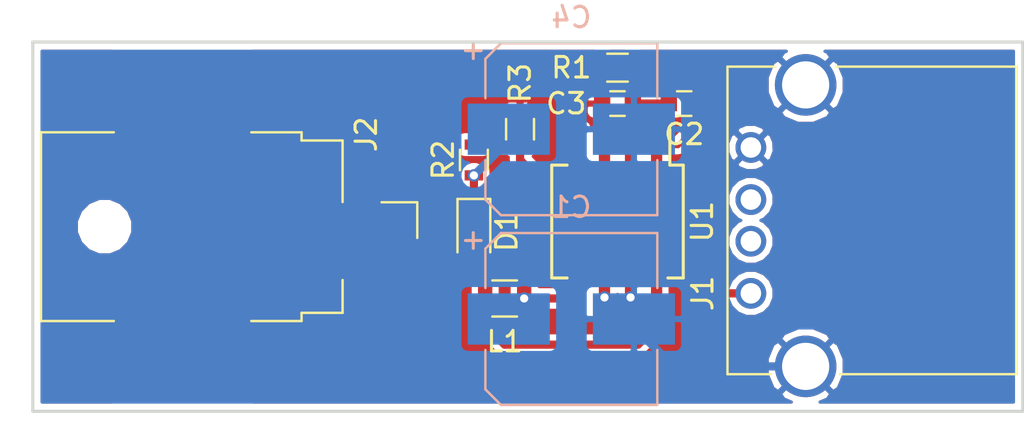
<source format=kicad_pcb>
(kicad_pcb (version 4) (host pcbnew 4.0.7)

  (general
    (links 24)
    (no_connects 0)
    (area 162.924999 90.174999 211.325001 108.325001)
    (thickness 1.6)
    (drawings 4)
    (tracks 46)
    (zones 0)
    (modules 12)
    (nets 8)
  )

  (page A4)
  (layers
    (0 F.Cu signal)
    (31 B.Cu signal)
    (32 B.Adhes user)
    (33 F.Adhes user)
    (34 B.Paste user)
    (35 F.Paste user)
    (36 B.SilkS user)
    (37 F.SilkS user)
    (38 B.Mask user)
    (39 F.Mask user)
    (40 Dwgs.User user)
    (41 Cmts.User user)
    (42 Eco1.User user)
    (43 Eco2.User user)
    (44 Edge.Cuts user)
    (45 Margin user)
    (46 B.CrtYd user)
    (47 F.CrtYd user)
    (48 B.Fab user)
    (49 F.Fab user)
  )

  (setup
    (last_trace_width 0.25)
    (user_trace_width 0.4)
    (trace_clearance 0.2)
    (zone_clearance 0.3)
    (zone_45_only no)
    (trace_min 0.2)
    (segment_width 0.2)
    (edge_width 0.15)
    (via_size 0.6)
    (via_drill 0.4)
    (via_min_size 0.4)
    (via_min_drill 0.3)
    (uvia_size 0.3)
    (uvia_drill 0.1)
    (uvias_allowed no)
    (uvia_min_size 0.2)
    (uvia_min_drill 0.1)
    (pcb_text_width 0.3)
    (pcb_text_size 1.5 1.5)
    (mod_edge_width 0.15)
    (mod_text_size 1 1)
    (mod_text_width 0.15)
    (pad_size 1.524 1.524)
    (pad_drill 0.762)
    (pad_to_mask_clearance 0.2)
    (aux_axis_origin 0 0)
    (visible_elements 7FFFFFFF)
    (pcbplotparams
      (layerselection 0x00030_80000001)
      (usegerberextensions false)
      (excludeedgelayer true)
      (linewidth 0.100000)
      (plotframeref false)
      (viasonmask false)
      (mode 1)
      (useauxorigin false)
      (hpglpennumber 1)
      (hpglpenspeed 20)
      (hpglpendiameter 15)
      (hpglpenoverlay 2)
      (psnegative false)
      (psa4output false)
      (plotreference true)
      (plotvalue true)
      (plotinvisibletext false)
      (padsonsilk false)
      (subtractmaskfromsilk false)
      (outputformat 1)
      (mirror false)
      (drillshape 1)
      (scaleselection 1)
      (outputdirectory ""))
  )

  (net 0 "")
  (net 1 "Net-(C1-Pad1)")
  (net 2 GND)
  (net 3 "Net-(C2-Pad2)")
  (net 4 "Net-(C2-Pad1)")
  (net 5 "Net-(C4-Pad1)")
  (net 6 "Net-(D1-Pad2)")
  (net 7 "Net-(R2-Pad2)")

  (net_class Default "This is the default net class."
    (clearance 0.2)
    (trace_width 0.25)
    (via_dia 0.6)
    (via_drill 0.4)
    (uvia_dia 0.3)
    (uvia_drill 0.1)
    (add_net GND)
    (add_net "Net-(C1-Pad1)")
    (add_net "Net-(C2-Pad1)")
    (add_net "Net-(C2-Pad2)")
    (add_net "Net-(C4-Pad1)")
    (add_net "Net-(D1-Pad2)")
    (add_net "Net-(R2-Pad2)")
  )

  (module Capacitors_SMD:CP_Elec_8x10 (layer B.Cu) (tedit 58AA9153) (tstamp 5A395E78)
    (at 189.25 103.75)
    (descr "SMT capacitor, aluminium electrolytic, 8x10")
    (path /5A395A70)
    (attr smd)
    (fp_text reference C1 (at 0 -5.45) (layer B.SilkS)
      (effects (font (size 1 1) (thickness 0.15)) (justify mirror))
    )
    (fp_text value 22uF (at 0 5.45) (layer B.Fab)
      (effects (font (size 1 1) (thickness 0.15)) (justify mirror))
    )
    (fp_circle (center 0 0) (end -0.6 -3.9) (layer B.Fab) (width 0.1))
    (fp_text user + (at -2.31 0.08) (layer B.Fab)
      (effects (font (size 1 1) (thickness 0.15)) (justify mirror))
    )
    (fp_text user + (at -4.78 -3.9) (layer B.SilkS)
      (effects (font (size 1 1) (thickness 0.15)) (justify mirror))
    )
    (fp_text user %R (at 0 -5.45) (layer B.Fab)
      (effects (font (size 1 1) (thickness 0.15)) (justify mirror))
    )
    (fp_line (start 4.04 -4.04) (end 4.04 4.04) (layer B.Fab) (width 0.1))
    (fp_line (start -3.37 -4.04) (end 4.04 -4.04) (layer B.Fab) (width 0.1))
    (fp_line (start -4.04 -3.37) (end -3.37 -4.04) (layer B.Fab) (width 0.1))
    (fp_line (start -4.04 3.37) (end -4.04 -3.37) (layer B.Fab) (width 0.1))
    (fp_line (start -3.37 4.04) (end -4.04 3.37) (layer B.Fab) (width 0.1))
    (fp_line (start 4.04 4.04) (end -3.37 4.04) (layer B.Fab) (width 0.1))
    (fp_line (start 4.19 -4.19) (end 4.19 -1.51) (layer B.SilkS) (width 0.12))
    (fp_line (start 4.19 4.19) (end 4.19 1.51) (layer B.SilkS) (width 0.12))
    (fp_line (start -4.19 3.43) (end -4.19 1.51) (layer B.SilkS) (width 0.12))
    (fp_line (start -4.19 -3.43) (end -4.19 -1.51) (layer B.SilkS) (width 0.12))
    (fp_line (start 4.19 -4.19) (end -3.43 -4.19) (layer B.SilkS) (width 0.12))
    (fp_line (start -3.43 -4.19) (end -4.19 -3.43) (layer B.SilkS) (width 0.12))
    (fp_line (start -4.19 3.43) (end -3.43 4.19) (layer B.SilkS) (width 0.12))
    (fp_line (start -3.43 4.19) (end 4.19 4.19) (layer B.SilkS) (width 0.12))
    (fp_line (start -5.3 4.29) (end 5.3 4.29) (layer B.CrtYd) (width 0.05))
    (fp_line (start -5.3 4.29) (end -5.3 -4.29) (layer B.CrtYd) (width 0.05))
    (fp_line (start 5.3 -4.29) (end 5.3 4.29) (layer B.CrtYd) (width 0.05))
    (fp_line (start 5.3 -4.29) (end -5.3 -4.29) (layer B.CrtYd) (width 0.05))
    (pad 1 smd rect (at -3.05 0 180) (size 4 2.5) (layers B.Cu B.Paste B.Mask)
      (net 1 "Net-(C1-Pad1)"))
    (pad 2 smd rect (at 3.05 0 180) (size 4 2.5) (layers B.Cu B.Paste B.Mask)
      (net 2 GND))
    (model Capacitors_SMD.3dshapes/CP_Elec_8x10.wrl
      (at (xyz 0 0 0))
      (scale (xyz 1 1 1))
      (rotate (xyz 0 0 180))
    )
  )

  (module Capacitors_SMD:C_0603 (layer F.Cu) (tedit 59958EE7) (tstamp 5A395E7E)
    (at 194.75 93.25 180)
    (descr "Capacitor SMD 0603, reflow soldering, AVX (see smccp.pdf)")
    (tags "capacitor 0603")
    (path /5A395CF4)
    (attr smd)
    (fp_text reference C2 (at 0 -1.5 180) (layer F.SilkS)
      (effects (font (size 1 1) (thickness 0.15)))
    )
    (fp_text value 0.047uF (at 0 1.5 180) (layer F.Fab)
      (effects (font (size 1 1) (thickness 0.15)))
    )
    (fp_line (start 1.4 0.65) (end -1.4 0.65) (layer F.CrtYd) (width 0.05))
    (fp_line (start 1.4 0.65) (end 1.4 -0.65) (layer F.CrtYd) (width 0.05))
    (fp_line (start -1.4 -0.65) (end -1.4 0.65) (layer F.CrtYd) (width 0.05))
    (fp_line (start -1.4 -0.65) (end 1.4 -0.65) (layer F.CrtYd) (width 0.05))
    (fp_line (start 0.35 0.6) (end -0.35 0.6) (layer F.SilkS) (width 0.12))
    (fp_line (start -0.35 -0.6) (end 0.35 -0.6) (layer F.SilkS) (width 0.12))
    (fp_line (start -0.8 -0.4) (end 0.8 -0.4) (layer F.Fab) (width 0.1))
    (fp_line (start 0.8 -0.4) (end 0.8 0.4) (layer F.Fab) (width 0.1))
    (fp_line (start 0.8 0.4) (end -0.8 0.4) (layer F.Fab) (width 0.1))
    (fp_line (start -0.8 0.4) (end -0.8 -0.4) (layer F.Fab) (width 0.1))
    (fp_text user %R (at 0 0 180) (layer F.Fab)
      (effects (font (size 0.3 0.3) (thickness 0.075)))
    )
    (pad 2 smd rect (at 0.75 0 180) (size 0.8 0.75) (layers F.Cu F.Paste F.Mask)
      (net 3 "Net-(C2-Pad2)"))
    (pad 1 smd rect (at -0.75 0 180) (size 0.8 0.75) (layers F.Cu F.Paste F.Mask)
      (net 4 "Net-(C2-Pad1)"))
    (model Capacitors_SMD.3dshapes/C_0603.wrl
      (at (xyz 0 0 0))
      (scale (xyz 1 1 1))
      (rotate (xyz 0 0 0))
    )
  )

  (module Capacitors_SMD:C_0603 (layer F.Cu) (tedit 5A39603C) (tstamp 5A395E84)
    (at 191.5 93.25 180)
    (descr "Capacitor SMD 0603, reflow soldering, AVX (see smccp.pdf)")
    (tags "capacitor 0603")
    (path /5A395D4D)
    (attr smd)
    (fp_text reference C3 (at 2.5 0 180) (layer F.SilkS)
      (effects (font (size 1 1) (thickness 0.15)))
    )
    (fp_text value 0.0047uF (at 0 1.5 180) (layer F.Fab)
      (effects (font (size 1 1) (thickness 0.15)))
    )
    (fp_line (start 1.4 0.65) (end -1.4 0.65) (layer F.CrtYd) (width 0.05))
    (fp_line (start 1.4 0.65) (end 1.4 -0.65) (layer F.CrtYd) (width 0.05))
    (fp_line (start -1.4 -0.65) (end -1.4 0.65) (layer F.CrtYd) (width 0.05))
    (fp_line (start -1.4 -0.65) (end 1.4 -0.65) (layer F.CrtYd) (width 0.05))
    (fp_line (start 0.35 0.6) (end -0.35 0.6) (layer F.SilkS) (width 0.12))
    (fp_line (start -0.35 -0.6) (end 0.35 -0.6) (layer F.SilkS) (width 0.12))
    (fp_line (start -0.8 -0.4) (end 0.8 -0.4) (layer F.Fab) (width 0.1))
    (fp_line (start 0.8 -0.4) (end 0.8 0.4) (layer F.Fab) (width 0.1))
    (fp_line (start 0.8 0.4) (end -0.8 0.4) (layer F.Fab) (width 0.1))
    (fp_line (start -0.8 0.4) (end -0.8 -0.4) (layer F.Fab) (width 0.1))
    (fp_text user %R (at 0 0 180) (layer F.Fab)
      (effects (font (size 0.3 0.3) (thickness 0.075)))
    )
    (pad 2 smd rect (at 0.75 0 180) (size 0.8 0.75) (layers F.Cu F.Paste F.Mask)
      (net 2 GND))
    (pad 1 smd rect (at -0.75 0 180) (size 0.8 0.75) (layers F.Cu F.Paste F.Mask)
      (net 3 "Net-(C2-Pad2)"))
    (model Capacitors_SMD.3dshapes/C_0603.wrl
      (at (xyz 0 0 0))
      (scale (xyz 1 1 1))
      (rotate (xyz 0 0 0))
    )
  )

  (module Capacitors_SMD:CP_Elec_8x10 (layer B.Cu) (tedit 58AA9153) (tstamp 5A395E8A)
    (at 189.25 94.5)
    (descr "SMT capacitor, aluminium electrolytic, 8x10")
    (path /5A395AA4)
    (attr smd)
    (fp_text reference C4 (at 0 -5.45) (layer B.SilkS)
      (effects (font (size 1 1) (thickness 0.15)) (justify mirror))
    )
    (fp_text value 22uF (at 0 5.45) (layer B.Fab)
      (effects (font (size 1 1) (thickness 0.15)) (justify mirror))
    )
    (fp_circle (center 0 0) (end -0.6 -3.9) (layer B.Fab) (width 0.1))
    (fp_text user + (at -2.31 0.08) (layer B.Fab)
      (effects (font (size 1 1) (thickness 0.15)) (justify mirror))
    )
    (fp_text user + (at -4.78 -3.9) (layer B.SilkS)
      (effects (font (size 1 1) (thickness 0.15)) (justify mirror))
    )
    (fp_text user %R (at 0 -5.45) (layer B.Fab)
      (effects (font (size 1 1) (thickness 0.15)) (justify mirror))
    )
    (fp_line (start 4.04 -4.04) (end 4.04 4.04) (layer B.Fab) (width 0.1))
    (fp_line (start -3.37 -4.04) (end 4.04 -4.04) (layer B.Fab) (width 0.1))
    (fp_line (start -4.04 -3.37) (end -3.37 -4.04) (layer B.Fab) (width 0.1))
    (fp_line (start -4.04 3.37) (end -4.04 -3.37) (layer B.Fab) (width 0.1))
    (fp_line (start -3.37 4.04) (end -4.04 3.37) (layer B.Fab) (width 0.1))
    (fp_line (start 4.04 4.04) (end -3.37 4.04) (layer B.Fab) (width 0.1))
    (fp_line (start 4.19 -4.19) (end 4.19 -1.51) (layer B.SilkS) (width 0.12))
    (fp_line (start 4.19 4.19) (end 4.19 1.51) (layer B.SilkS) (width 0.12))
    (fp_line (start -4.19 3.43) (end -4.19 1.51) (layer B.SilkS) (width 0.12))
    (fp_line (start -4.19 -3.43) (end -4.19 -1.51) (layer B.SilkS) (width 0.12))
    (fp_line (start 4.19 -4.19) (end -3.43 -4.19) (layer B.SilkS) (width 0.12))
    (fp_line (start -3.43 -4.19) (end -4.19 -3.43) (layer B.SilkS) (width 0.12))
    (fp_line (start -4.19 3.43) (end -3.43 4.19) (layer B.SilkS) (width 0.12))
    (fp_line (start -3.43 4.19) (end 4.19 4.19) (layer B.SilkS) (width 0.12))
    (fp_line (start -5.3 4.29) (end 5.3 4.29) (layer B.CrtYd) (width 0.05))
    (fp_line (start -5.3 4.29) (end -5.3 -4.29) (layer B.CrtYd) (width 0.05))
    (fp_line (start 5.3 -4.29) (end 5.3 4.29) (layer B.CrtYd) (width 0.05))
    (fp_line (start 5.3 -4.29) (end -5.3 -4.29) (layer B.CrtYd) (width 0.05))
    (pad 1 smd rect (at -3.05 0 180) (size 4 2.5) (layers B.Cu B.Paste B.Mask)
      (net 5 "Net-(C4-Pad1)"))
    (pad 2 smd rect (at 3.05 0 180) (size 4 2.5) (layers B.Cu B.Paste B.Mask)
      (net 2 GND))
    (model Capacitors_SMD.3dshapes/CP_Elec_8x10.wrl
      (at (xyz 0 0 0))
      (scale (xyz 1 1 1))
      (rotate (xyz 0 0 180))
    )
  )

  (module Diodes_SMD:D_0805 (layer F.Cu) (tedit 590CE9A4) (tstamp 5A395E90)
    (at 184.5 99.5 270)
    (descr "Diode SMD in 0805 package http://datasheets.avx.com/schottky.pdf")
    (tags "smd diode")
    (path /5A395B3F)
    (attr smd)
    (fp_text reference D1 (at 0 -1.6 270) (layer F.SilkS)
      (effects (font (size 1 1) (thickness 0.15)))
    )
    (fp_text value MBRS120T3 (at 0 1.7 270) (layer F.Fab)
      (effects (font (size 1 1) (thickness 0.15)))
    )
    (fp_text user %R (at 0 -1.6 270) (layer F.Fab)
      (effects (font (size 1 1) (thickness 0.15)))
    )
    (fp_line (start -1.6 -0.8) (end -1.6 0.8) (layer F.SilkS) (width 0.12))
    (fp_line (start -1.7 0.88) (end -1.7 -0.88) (layer F.CrtYd) (width 0.05))
    (fp_line (start 1.7 0.88) (end -1.7 0.88) (layer F.CrtYd) (width 0.05))
    (fp_line (start 1.7 -0.88) (end 1.7 0.88) (layer F.CrtYd) (width 0.05))
    (fp_line (start -1.7 -0.88) (end 1.7 -0.88) (layer F.CrtYd) (width 0.05))
    (fp_line (start 0.2 0) (end 0.4 0) (layer F.Fab) (width 0.1))
    (fp_line (start -0.1 0) (end -0.3 0) (layer F.Fab) (width 0.1))
    (fp_line (start -0.1 -0.2) (end -0.1 0.2) (layer F.Fab) (width 0.1))
    (fp_line (start 0.2 0.2) (end 0.2 -0.2) (layer F.Fab) (width 0.1))
    (fp_line (start -0.1 0) (end 0.2 0.2) (layer F.Fab) (width 0.1))
    (fp_line (start 0.2 -0.2) (end -0.1 0) (layer F.Fab) (width 0.1))
    (fp_line (start -1 0.65) (end -1 -0.65) (layer F.Fab) (width 0.1))
    (fp_line (start 1 0.65) (end -1 0.65) (layer F.Fab) (width 0.1))
    (fp_line (start 1 -0.65) (end 1 0.65) (layer F.Fab) (width 0.1))
    (fp_line (start -1 -0.65) (end 1 -0.65) (layer F.Fab) (width 0.1))
    (fp_line (start -1.6 0.8) (end 1 0.8) (layer F.SilkS) (width 0.12))
    (fp_line (start -1.6 -0.8) (end 1 -0.8) (layer F.SilkS) (width 0.12))
    (pad 1 smd rect (at -1.05 0 270) (size 0.8 0.9) (layers F.Cu F.Paste F.Mask)
      (net 5 "Net-(C4-Pad1)"))
    (pad 2 smd rect (at 1.05 0 270) (size 0.8 0.9) (layers F.Cu F.Paste F.Mask)
      (net 6 "Net-(D1-Pad2)"))
    (model ${KISYS3DMOD}/Diodes_SMD.3dshapes/D_0805.wrl
      (at (xyz 0 0 0))
      (scale (xyz 1 1 1))
      (rotate (xyz 0 0 0))
    )
  )

  (module Connectors:USB_A (layer F.Cu) (tedit 5543E289) (tstamp 5A395E9A)
    (at 198 102.5 90)
    (descr "USB A connector")
    (tags "USB USB_A")
    (path /5A395999)
    (fp_text reference J1 (at 0 -2.35 90) (layer F.SilkS)
      (effects (font (size 1 1) (thickness 0.15)))
    )
    (fp_text value USB_A (at 3.84 7.44 90) (layer F.Fab)
      (effects (font (size 1 1) (thickness 0.15)))
    )
    (fp_line (start -5.3 13.2) (end -5.3 -1.4) (layer F.CrtYd) (width 0.05))
    (fp_line (start 11.95 -1.4) (end 11.95 13.2) (layer F.CrtYd) (width 0.05))
    (fp_line (start -5.3 13.2) (end 11.95 13.2) (layer F.CrtYd) (width 0.05))
    (fp_line (start -5.3 -1.4) (end 11.95 -1.4) (layer F.CrtYd) (width 0.05))
    (fp_line (start 11.05 -1.14) (end 11.05 1.19) (layer F.SilkS) (width 0.12))
    (fp_line (start -3.94 -1.14) (end -3.94 0.98) (layer F.SilkS) (width 0.12))
    (fp_line (start 11.05 -1.14) (end -3.94 -1.14) (layer F.SilkS) (width 0.12))
    (fp_line (start 11.05 12.95) (end -3.94 12.95) (layer F.SilkS) (width 0.12))
    (fp_line (start 11.05 4.15) (end 11.05 12.95) (layer F.SilkS) (width 0.12))
    (fp_line (start -3.94 4.35) (end -3.94 12.95) (layer F.SilkS) (width 0.12))
    (pad 4 thru_hole circle (at 7.11 0) (size 1.5 1.5) (drill 1) (layers *.Cu *.Mask)
      (net 2 GND))
    (pad 3 thru_hole circle (at 4.57 0) (size 1.5 1.5) (drill 1) (layers *.Cu *.Mask))
    (pad 2 thru_hole circle (at 2.54 0) (size 1.5 1.5) (drill 1) (layers *.Cu *.Mask))
    (pad 1 thru_hole circle (at 0 0) (size 1.5 1.5) (drill 1) (layers *.Cu *.Mask)
      (net 1 "Net-(C1-Pad1)"))
    (pad 5 thru_hole circle (at 10.16 2.67) (size 3 3) (drill 2.3) (layers *.Cu *.Mask)
      (net 2 GND))
    (pad 5 thru_hole circle (at -3.56 2.67) (size 3 3) (drill 2.3) (layers *.Cu *.Mask)
      (net 2 GND))
    (model ${KISYS3DMOD}/Connectors.3dshapes/USB_A.wrl
      (at (xyz 0.14 0 0))
      (scale (xyz 1 1 1))
      (rotate (xyz 0 0 90))
    )
  )

  (module Connectors:Barrel_Jack_CUI_PJ-036AH-SMT (layer F.Cu) (tedit 59B0DEC6) (tstamp 5A395EA2)
    (at 173.5 99.25 270)
    (descr "Surface-mount DC Barrel Jack, http://www.cui.com/product/resource/pj-036ah-smt.pdf")
    (tags "Power Jack SMT")
    (path /5A396A62)
    (attr smd)
    (fp_text reference J2 (at -4.5 -5.75 270) (layer F.SilkS)
      (effects (font (size 1 1) (thickness 0.15)))
    )
    (fp_text value Barrel_Jack (at 0 11.25 270) (layer F.Fab)
      (effects (font (size 1 1) (thickness 0.15)))
    )
    (fp_line (start -8.9 -8.5) (end -8.9 10.5) (layer F.CrtYd) (width 0.05))
    (fp_line (start -8.9 10.5) (end 8.9 10.5) (layer F.CrtYd) (width 0.05))
    (fp_line (start 8.9 10.5) (end 8.9 -8.5) (layer F.CrtYd) (width 0.05))
    (fp_line (start 8.9 -8.5) (end -8.9 -8.5) (layer F.CrtYd) (width 0.05))
    (fp_line (start 4.6 6.55) (end 4.6 10.1) (layer F.SilkS) (width 0.12))
    (fp_line (start 4.6 10.1) (end -4.6 10.1) (layer F.SilkS) (width 0.12))
    (fp_line (start -4.6 10.1) (end -4.6 6.55) (layer F.SilkS) (width 0.12))
    (fp_line (start -4.6 -0.15) (end -4.6 -2.6) (layer F.SilkS) (width 0.12))
    (fp_line (start -4.6 -2.6) (end -4.2 -2.6) (layer F.SilkS) (width 0.12))
    (fp_line (start -4.2 -2.6) (end -4.2 -4.6) (layer F.SilkS) (width 0.12))
    (fp_line (start -4.2 -4.6) (end -1.2 -4.6) (layer F.SilkS) (width 0.12))
    (fp_line (start 2.6 -4.6) (end 4.2 -4.6) (layer F.SilkS) (width 0.12))
    (fp_line (start 4.2 -4.6) (end 4.2 -2.6) (layer F.SilkS) (width 0.12))
    (fp_line (start 4.2 -2.6) (end 4.6 -2.6) (layer F.SilkS) (width 0.12))
    (fp_line (start 4.6 -2.6) (end 4.6 -0.15) (layer F.SilkS) (width 0.12))
    (fp_line (start -1.19 -6.5) (end -1.19 -8.24) (layer F.SilkS) (width 0.12))
    (fp_line (start -1.19 -8.24) (end 0.55 -8.24) (layer F.SilkS) (width 0.12))
    (fp_line (start 4.1 -4.5) (end -4.1 -4.5) (layer F.Fab) (width 0.1))
    (fp_line (start -4.1 -4.5) (end -4.1 -2.5) (layer F.Fab) (width 0.1))
    (fp_line (start -4.1 -2.5) (end -4.5 -2.5) (layer F.Fab) (width 0.1))
    (fp_line (start -4.5 -2.5) (end -4.5 10) (layer F.Fab) (width 0.1))
    (fp_line (start -4.5 10) (end 4.5 10) (layer F.Fab) (width 0.1))
    (fp_line (start 4.5 10) (end 4.5 -2.5) (layer F.Fab) (width 0.1))
    (fp_line (start 4.5 -2.5) (end 4.1 -2.5) (layer F.Fab) (width 0.1))
    (fp_line (start 4.1 -2.5) (end 4.1 -4.5) (layer F.Fab) (width 0.1))
    (fp_text user %R (at 0 0 270) (layer F.Fab)
      (effects (font (size 1 1) (thickness 0.15)))
    )
    (pad 1 smd rect (at 0.7 -5.8 270) (size 3.3 4.4) (layers F.Cu F.Paste F.Mask)
      (net 5 "Net-(C4-Pad1)"))
    (pad 2 smd rect (at -6.45 3.2 270) (size 3.9 6.2) (layers F.Cu F.Paste F.Mask)
      (net 2 GND))
    (pad 3 smd rect (at 6.45 3.2 270) (size 3.9 6.2) (layers F.Cu F.Paste F.Mask)
      (net 2 GND))
    (pad "" np_thru_hole circle (at 0 7 270) (size 2 2) (drill 2) (layers *.Cu *.Mask))
    (model ${KISYS3DMOD}/Connectors.3dshapes/Barrel_Jack_CUI_PJ-036AH-SMT.wrl
      (at (xyz 0 0 0))
      (scale (xyz 1 1 1))
      (rotate (xyz 0 0 0))
    )
  )

  (module Inductors_SMD:L_0805 (layer F.Cu) (tedit 58307B54) (tstamp 5A395EA8)
    (at 186 102.75 180)
    (descr "Resistor SMD 0805, reflow soldering, Vishay (see dcrcw.pdf)")
    (tags "resistor 0805")
    (path /5A395AF2)
    (attr smd)
    (fp_text reference L1 (at 0 -2.1 180) (layer F.SilkS)
      (effects (font (size 1 1) (thickness 0.15)))
    )
    (fp_text value 4.7uH (at 0 2.1 180) (layer F.Fab)
      (effects (font (size 1 1) (thickness 0.15)))
    )
    (fp_text user %R (at 0 0 180) (layer F.Fab)
      (effects (font (size 0.5 0.5) (thickness 0.075)))
    )
    (fp_line (start -1 0.62) (end -1 -0.62) (layer F.Fab) (width 0.1))
    (fp_line (start 1 0.62) (end -1 0.62) (layer F.Fab) (width 0.1))
    (fp_line (start 1 -0.62) (end 1 0.62) (layer F.Fab) (width 0.1))
    (fp_line (start -1 -0.62) (end 1 -0.62) (layer F.Fab) (width 0.1))
    (fp_line (start -1.6 -1) (end 1.6 -1) (layer F.CrtYd) (width 0.05))
    (fp_line (start -1.6 1) (end 1.6 1) (layer F.CrtYd) (width 0.05))
    (fp_line (start -1.6 -1) (end -1.6 1) (layer F.CrtYd) (width 0.05))
    (fp_line (start 1.6 -1) (end 1.6 1) (layer F.CrtYd) (width 0.05))
    (fp_line (start 0.6 0.88) (end -0.6 0.88) (layer F.SilkS) (width 0.12))
    (fp_line (start -0.6 -0.88) (end 0.6 -0.88) (layer F.SilkS) (width 0.12))
    (pad 1 smd rect (at -0.95 0 180) (size 0.7 1.3) (layers F.Cu F.Paste F.Mask)
      (net 1 "Net-(C1-Pad1)"))
    (pad 2 smd rect (at 0.95 0 180) (size 0.7 1.3) (layers F.Cu F.Paste F.Mask)
      (net 6 "Net-(D1-Pad2)"))
    (model ${KISYS3DMOD}/Inductors_SMD.3dshapes/L_0805.wrl
      (at (xyz 0 0 0))
      (scale (xyz 1 1 1))
      (rotate (xyz 0 0 0))
    )
  )

  (module Resistors_SMD:R_0603 (layer F.Cu) (tedit 5A39603A) (tstamp 5A395EAE)
    (at 191.5 91.5 180)
    (descr "Resistor SMD 0603, reflow soldering, Vishay (see dcrcw.pdf)")
    (tags "resistor 0603")
    (path /5A395B7A)
    (attr smd)
    (fp_text reference R1 (at 2.25 0 180) (layer F.SilkS)
      (effects (font (size 1 1) (thickness 0.15)))
    )
    (fp_text value 2k (at 0 1.5 180) (layer F.Fab)
      (effects (font (size 1 1) (thickness 0.15)))
    )
    (fp_text user %R (at 0 0 180) (layer F.Fab)
      (effects (font (size 0.4 0.4) (thickness 0.075)))
    )
    (fp_line (start -0.8 0.4) (end -0.8 -0.4) (layer F.Fab) (width 0.1))
    (fp_line (start 0.8 0.4) (end -0.8 0.4) (layer F.Fab) (width 0.1))
    (fp_line (start 0.8 -0.4) (end 0.8 0.4) (layer F.Fab) (width 0.1))
    (fp_line (start -0.8 -0.4) (end 0.8 -0.4) (layer F.Fab) (width 0.1))
    (fp_line (start 0.5 0.68) (end -0.5 0.68) (layer F.SilkS) (width 0.12))
    (fp_line (start -0.5 -0.68) (end 0.5 -0.68) (layer F.SilkS) (width 0.12))
    (fp_line (start -1.25 -0.7) (end 1.25 -0.7) (layer F.CrtYd) (width 0.05))
    (fp_line (start -1.25 -0.7) (end -1.25 0.7) (layer F.CrtYd) (width 0.05))
    (fp_line (start 1.25 0.7) (end 1.25 -0.7) (layer F.CrtYd) (width 0.05))
    (fp_line (start 1.25 0.7) (end -1.25 0.7) (layer F.CrtYd) (width 0.05))
    (pad 1 smd rect (at -0.75 0 180) (size 0.5 0.9) (layers F.Cu F.Paste F.Mask)
      (net 3 "Net-(C2-Pad2)"))
    (pad 2 smd rect (at 0.75 0 180) (size 0.5 0.9) (layers F.Cu F.Paste F.Mask)
      (net 2 GND))
    (model ${KISYS3DMOD}/Resistors_SMD.3dshapes/R_0603.wrl
      (at (xyz 0 0 0))
      (scale (xyz 1 1 1))
      (rotate (xyz 0 0 0))
    )
  )

  (module Resistors_SMD:R_0603 (layer F.Cu) (tedit 5A3960A3) (tstamp 5A395EB4)
    (at 184.5 96 90)
    (descr "Resistor SMD 0603, reflow soldering, Vishay (see dcrcw.pdf)")
    (tags "resistor 0603")
    (path /5A395CB8)
    (attr smd)
    (fp_text reference R2 (at 0 -1.5 90) (layer F.SilkS)
      (effects (font (size 1 1) (thickness 0.15)))
    )
    (fp_text value 53.6k (at 0 1.5 90) (layer F.Fab)
      (effects (font (size 1 1) (thickness 0.15)))
    )
    (fp_text user %R (at 0 0 90) (layer F.Fab)
      (effects (font (size 0.4 0.4) (thickness 0.075)))
    )
    (fp_line (start -0.8 0.4) (end -0.8 -0.4) (layer F.Fab) (width 0.1))
    (fp_line (start 0.8 0.4) (end -0.8 0.4) (layer F.Fab) (width 0.1))
    (fp_line (start 0.8 -0.4) (end 0.8 0.4) (layer F.Fab) (width 0.1))
    (fp_line (start -0.8 -0.4) (end 0.8 -0.4) (layer F.Fab) (width 0.1))
    (fp_line (start 0.5 0.68) (end -0.5 0.68) (layer F.SilkS) (width 0.12))
    (fp_line (start -0.5 -0.68) (end 0.5 -0.68) (layer F.SilkS) (width 0.12))
    (fp_line (start -1.25 -0.7) (end 1.25 -0.7) (layer F.CrtYd) (width 0.05))
    (fp_line (start -1.25 -0.7) (end -1.25 0.7) (layer F.CrtYd) (width 0.05))
    (fp_line (start 1.25 0.7) (end 1.25 -0.7) (layer F.CrtYd) (width 0.05))
    (fp_line (start 1.25 0.7) (end -1.25 0.7) (layer F.CrtYd) (width 0.05))
    (pad 1 smd rect (at -0.75 0 90) (size 0.5 0.9) (layers F.Cu F.Paste F.Mask)
      (net 5 "Net-(C4-Pad1)"))
    (pad 2 smd rect (at 0.75 0 90) (size 0.5 0.9) (layers F.Cu F.Paste F.Mask)
      (net 7 "Net-(R2-Pad2)"))
    (model ${KISYS3DMOD}/Resistors_SMD.3dshapes/R_0603.wrl
      (at (xyz 0 0 0))
      (scale (xyz 1 1 1))
      (rotate (xyz 0 0 0))
    )
  )

  (module Resistors_SMD:R_0603 (layer F.Cu) (tedit 5A396059) (tstamp 5A395EBA)
    (at 186.75 94.5 90)
    (descr "Resistor SMD 0603, reflow soldering, Vishay (see dcrcw.pdf)")
    (tags "resistor 0603")
    (path /5A395C78)
    (attr smd)
    (fp_text reference R3 (at 2.25 0 90) (layer F.SilkS)
      (effects (font (size 1 1) (thickness 0.15)))
    )
    (fp_text value 6.19k (at 0 1.5 90) (layer F.Fab)
      (effects (font (size 1 1) (thickness 0.15)))
    )
    (fp_text user %R (at 0 0 90) (layer F.Fab)
      (effects (font (size 0.4 0.4) (thickness 0.075)))
    )
    (fp_line (start -0.8 0.4) (end -0.8 -0.4) (layer F.Fab) (width 0.1))
    (fp_line (start 0.8 0.4) (end -0.8 0.4) (layer F.Fab) (width 0.1))
    (fp_line (start 0.8 -0.4) (end 0.8 0.4) (layer F.Fab) (width 0.1))
    (fp_line (start -0.8 -0.4) (end 0.8 -0.4) (layer F.Fab) (width 0.1))
    (fp_line (start 0.5 0.68) (end -0.5 0.68) (layer F.SilkS) (width 0.12))
    (fp_line (start -0.5 -0.68) (end 0.5 -0.68) (layer F.SilkS) (width 0.12))
    (fp_line (start -1.25 -0.7) (end 1.25 -0.7) (layer F.CrtYd) (width 0.05))
    (fp_line (start -1.25 -0.7) (end -1.25 0.7) (layer F.CrtYd) (width 0.05))
    (fp_line (start 1.25 0.7) (end 1.25 -0.7) (layer F.CrtYd) (width 0.05))
    (fp_line (start 1.25 0.7) (end -1.25 0.7) (layer F.CrtYd) (width 0.05))
    (pad 1 smd rect (at -0.75 0 90) (size 0.5 0.9) (layers F.Cu F.Paste F.Mask)
      (net 7 "Net-(R2-Pad2)"))
    (pad 2 smd rect (at 0.75 0 90) (size 0.5 0.9) (layers F.Cu F.Paste F.Mask)
      (net 2 GND))
    (model ${KISYS3DMOD}/Resistors_SMD.3dshapes/R_0603.wrl
      (at (xyz 0 0 0))
      (scale (xyz 1 1 1))
      (rotate (xyz 0 0 0))
    )
  )

  (module Housings_SOIC:SO-8_5.3x6.2mm_Pitch1.27mm (layer F.Cu) (tedit 59920130) (tstamp 5A395EC6)
    (at 191.5 99 270)
    (descr "8-Lead Plastic Small Outline, 5.3x6.2mm Body (http://www.ti.com.cn/cn/lit/ds/symlink/tl7705a.pdf)")
    (tags "SOIC 1.27")
    (path /5A3958D3)
    (attr smd)
    (fp_text reference U1 (at 0 -4.13 270) (layer F.SilkS)
      (effects (font (size 1 1) (thickness 0.15)))
    )
    (fp_text value LT1372 (at 0 4.13 270) (layer F.Fab)
      (effects (font (size 1 1) (thickness 0.15)))
    )
    (fp_text user %R (at 0 0 270) (layer F.Fab)
      (effects (font (size 1 1) (thickness 0.15)))
    )
    (fp_line (start -1.65 -3.1) (end 2.65 -3.1) (layer F.Fab) (width 0.15))
    (fp_line (start 2.65 -3.1) (end 2.65 3.1) (layer F.Fab) (width 0.15))
    (fp_line (start 2.65 3.1) (end -2.65 3.1) (layer F.Fab) (width 0.15))
    (fp_line (start -2.65 3.1) (end -2.65 -2.1) (layer F.Fab) (width 0.15))
    (fp_line (start -2.65 -2.1) (end -1.65 -3.1) (layer F.Fab) (width 0.15))
    (fp_line (start -4.83 -3.35) (end -4.83 3.35) (layer F.CrtYd) (width 0.05))
    (fp_line (start 4.83 -3.35) (end 4.83 3.35) (layer F.CrtYd) (width 0.05))
    (fp_line (start -4.83 -3.35) (end 4.83 -3.35) (layer F.CrtYd) (width 0.05))
    (fp_line (start -4.83 3.35) (end 4.83 3.35) (layer F.CrtYd) (width 0.05))
    (fp_line (start -2.75 -3.205) (end -2.75 -2.55) (layer F.SilkS) (width 0.15))
    (fp_line (start 2.75 -3.205) (end 2.75 -2.455) (layer F.SilkS) (width 0.15))
    (fp_line (start 2.75 3.205) (end 2.75 2.455) (layer F.SilkS) (width 0.15))
    (fp_line (start -2.75 3.205) (end -2.75 2.455) (layer F.SilkS) (width 0.15))
    (fp_line (start -2.75 -3.205) (end 2.75 -3.205) (layer F.SilkS) (width 0.15))
    (fp_line (start -2.75 3.205) (end 2.75 3.205) (layer F.SilkS) (width 0.15))
    (fp_line (start -2.75 -2.55) (end -4.5 -2.55) (layer F.SilkS) (width 0.15))
    (pad 1 smd rect (at -3.7 -1.905 270) (size 1.75 0.55) (layers F.Cu F.Paste F.Mask)
      (net 4 "Net-(C2-Pad1)"))
    (pad 2 smd rect (at -3.7 -0.635 270) (size 1.75 0.55) (layers F.Cu F.Paste F.Mask)
      (net 7 "Net-(R2-Pad2)"))
    (pad 3 smd rect (at -3.7 0.635 270) (size 1.75 0.55) (layers F.Cu F.Paste F.Mask))
    (pad 4 smd rect (at -3.7 1.905 270) (size 1.75 0.55) (layers F.Cu F.Paste F.Mask))
    (pad 5 smd rect (at 3.7 1.905 270) (size 1.75 0.55) (layers F.Cu F.Paste F.Mask)
      (net 1 "Net-(C1-Pad1)"))
    (pad 6 smd rect (at 3.7 0.635 270) (size 1.75 0.55) (layers F.Cu F.Paste F.Mask)
      (net 2 GND))
    (pad 7 smd rect (at 3.7 -0.635 270) (size 1.75 0.55) (layers F.Cu F.Paste F.Mask)
      (net 2 GND))
    (pad 8 smd rect (at 3.7 -1.905 270) (size 1.75 0.55) (layers F.Cu F.Paste F.Mask)
      (net 6 "Net-(D1-Pad2)"))
    (model ${KISYS3DMOD}/Housings_SOIC.3dshapes/SO-8_5.3x6.2mm_Pitch1.27mm.wrl
      (at (xyz 0 0 0))
      (scale (xyz 1 1 1))
      (rotate (xyz 0 0 0))
    )
  )

  (gr_line (start 163 108.25) (end 163 90.25) (angle 90) (layer Edge.Cuts) (width 0.15))
  (gr_line (start 211.25 108.25) (end 163 108.25) (angle 90) (layer Edge.Cuts) (width 0.15))
  (gr_line (start 211.25 90.25) (end 211.25 108.25) (angle 90) (layer Edge.Cuts) (width 0.15))
  (gr_line (start 163 90.25) (end 211.25 90.25) (angle 90) (layer Edge.Cuts) (width 0.15))

  (via (at 186.95 102.75) (size 0.6) (drill 0.4) (layers F.Cu B.Cu) (net 1))
  (segment (start 186.95 102.75) (end 186.2 103.5) (width 0.4) (layer B.Cu) (net 1) (tstamp 5A3961C2))
  (segment (start 186.2 103.5) (end 186.2 103.75) (width 0.4) (layer B.Cu) (net 1) (tstamp 5A3961C3))
  (segment (start 186.95 102.75) (end 189.545 102.75) (width 0.4) (layer F.Cu) (net 1))
  (segment (start 189.545 102.75) (end 189.595 102.7) (width 0.4) (layer F.Cu) (net 1) (tstamp 5A39610C))
  (segment (start 189.595 102.7) (end 189.595 101.655) (width 0.4) (layer F.Cu) (net 1))
  (segment (start 196.75 102.5) (end 198 102.5) (width 0.4) (layer F.Cu) (net 1) (tstamp 5A3960FF))
  (segment (start 194.75 100.5) (end 196.75 102.5) (width 0.4) (layer F.Cu) (net 1) (tstamp 5A3960FA))
  (segment (start 190.75 100.5) (end 194.75 100.5) (width 0.4) (layer F.Cu) (net 1) (tstamp 5A3960F3))
  (segment (start 189.595 101.655) (end 190.75 100.5) (width 0.4) (layer F.Cu) (net 1) (tstamp 5A3960F2))
  (segment (start 190.75 93.25) (end 187.25 93.25) (width 0.25) (layer F.Cu) (net 2))
  (segment (start 187.25 93.25) (end 186.75 93.75) (width 0.25) (layer F.Cu) (net 2) (tstamp 5A3964D8))
  (via (at 192.135 102.7) (size 0.6) (drill 0.4) (layers F.Cu B.Cu) (net 2))
  (segment (start 192.0825 103.9175) (end 192.0825 102.7525) (width 0.4) (layer B.Cu) (net 2) (tstamp 5A39615E))
  (segment (start 192.0825 102.7525) (end 192.135 102.7) (width 0.4) (layer B.Cu) (net 2) (tstamp 5A39615D))
  (via (at 190.865 102.7) (size 0.6) (drill 0.4) (layers F.Cu B.Cu) (net 2))
  (segment (start 200.67 106.06) (end 194.225 106.06) (width 0.4) (layer B.Cu) (net 2) (tstamp 5A396151))
  (segment (start 194.225 106.06) (end 192.0825 103.9175) (width 0.4) (layer B.Cu) (net 2) (tstamp 5A396150))
  (segment (start 192.0825 103.9175) (end 190.865 102.7) (width 0.4) (layer B.Cu) (net 2) (tstamp 5A396161))
  (segment (start 190.75 93.25) (end 190.75 91.5) (width 0.4) (layer F.Cu) (net 2))
  (segment (start 192.25 93.25) (end 192.25 91.5) (width 0.4) (layer F.Cu) (net 3))
  (segment (start 194 93.25) (end 192.25 93.25) (width 0.4) (layer F.Cu) (net 3))
  (segment (start 193.405 95.3) (end 194.45 95.3) (width 0.25) (layer F.Cu) (net 4))
  (segment (start 195.5 94.25) (end 195.5 93.25) (width 0.25) (layer F.Cu) (net 4) (tstamp 5A3964E4))
  (segment (start 194.45 95.3) (end 195.5 94.25) (width 0.25) (layer F.Cu) (net 4) (tstamp 5A3964E2))
  (via (at 184.5 96.75) (size 0.6) (drill 0.4) (layers F.Cu B.Cu) (net 5))
  (segment (start 184.5 98.45) (end 184.5 96.75) (width 0.4) (layer F.Cu) (net 5))
  (segment (start 184.5 96.75) (end 186.2 95.05) (width 0.4) (layer B.Cu) (net 5) (tstamp 5A3961D2))
  (segment (start 186.2 95.05) (end 186.2 94.5) (width 0.4) (layer B.Cu) (net 5) (tstamp 5A3961D3))
  (segment (start 179.3 99.95) (end 181.55 99.95) (width 0.4) (layer F.Cu) (net 5))
  (segment (start 183.05 98.45) (end 184.5 98.45) (width 0.4) (layer F.Cu) (net 5) (tstamp 5A39613E))
  (segment (start 181.55 99.95) (end 183.05 98.45) (width 0.4) (layer F.Cu) (net 5) (tstamp 5A39613C))
  (segment (start 184.5 100.55) (end 184.5 101) (width 0.4) (layer F.Cu) (net 6))
  (segment (start 185.05 101.55) (end 185.05 102.75) (width 0.4) (layer F.Cu) (net 6) (tstamp 5A396139))
  (segment (start 184.5 101) (end 185.05 101.55) (width 0.4) (layer F.Cu) (net 6) (tstamp 5A396136))
  (segment (start 193.405 102.7) (end 193.405 104.095) (width 0.4) (layer F.Cu) (net 6))
  (segment (start 185.05 104.05) (end 185.05 102.75) (width 0.4) (layer F.Cu) (net 6) (tstamp 5A396109))
  (segment (start 186 105) (end 185.05 104.05) (width 0.4) (layer F.Cu) (net 6) (tstamp 5A396106))
  (segment (start 192.5 105) (end 186 105) (width 0.4) (layer F.Cu) (net 6) (tstamp 5A396104))
  (segment (start 193.405 104.095) (end 192.5 105) (width 0.4) (layer F.Cu) (net 6) (tstamp 5A396102))
  (segment (start 184.5 95.25) (end 186.75 95.25) (width 0.4) (layer F.Cu) (net 7))
  (segment (start 186.75 95.25) (end 186.75 96) (width 0.4) (layer F.Cu) (net 7))
  (segment (start 192.135 96.615) (end 192.135 95.3) (width 0.4) (layer F.Cu) (net 7) (tstamp 5A39612F))
  (segment (start 191.5 97.25) (end 192.135 96.615) (width 0.4) (layer F.Cu) (net 7) (tstamp 5A39612D))
  (segment (start 188 97.25) (end 191.5 97.25) (width 0.4) (layer F.Cu) (net 7) (tstamp 5A39612B))
  (segment (start 186.75 96) (end 188 97.25) (width 0.4) (layer F.Cu) (net 7) (tstamp 5A396124))

  (zone (net 2) (net_name GND) (layer F.Cu) (tstamp 5A39645C) (hatch edge 0.508)
    (connect_pads (clearance 0.3))
    (min_thickness 0.15)
    (fill yes (arc_segments 16) (thermal_gap 0.3) (thermal_bridge_width 0.3))
    (polygon
      (pts
        (xy 211.25 108.25) (xy 163 108.25) (xy 163 90.25) (xy 211.25 90.25)
      )
    )
    (filled_polygon
      (pts
        (xy 166.825 90.775408) (xy 166.825 92.63125) (xy 166.91875 92.725) (xy 170.225 92.725) (xy 170.225 92.705)
        (xy 170.375 92.705) (xy 170.375 92.725) (xy 173.68125 92.725) (xy 173.775 92.63125) (xy 173.775 91.66875)
        (xy 190.125 91.66875) (xy 190.125 92.024592) (xy 190.18209 92.162421) (xy 190.28758 92.26791) (xy 190.425408 92.325)
        (xy 190.58125 92.325) (xy 190.675 92.23125) (xy 190.675 91.575) (xy 190.825 91.575) (xy 190.825 92.23125)
        (xy 190.91875 92.325) (xy 191.074592 92.325) (xy 191.21242 92.26791) (xy 191.31791 92.162421) (xy 191.375 92.024592)
        (xy 191.375 91.66875) (xy 191.28125 91.575) (xy 190.825 91.575) (xy 190.675 91.575) (xy 190.21875 91.575)
        (xy 190.125 91.66875) (xy 173.775 91.66875) (xy 173.775 90.775408) (xy 173.743765 90.7) (xy 190.365052 90.7)
        (xy 190.28758 90.73209) (xy 190.18209 90.837579) (xy 190.125 90.975408) (xy 190.125 91.33125) (xy 190.21875 91.425)
        (xy 190.675 91.425) (xy 190.675 91.405) (xy 190.825 91.405) (xy 190.825 91.425) (xy 191.28125 91.425)
        (xy 191.375 91.33125) (xy 191.375 90.975408) (xy 191.31791 90.837579) (xy 191.21242 90.73209) (xy 191.134948 90.7)
        (xy 191.851402 90.7) (xy 191.733401 90.775931) (xy 191.647777 90.901246) (xy 191.617654 91.05) (xy 191.617654 91.95)
        (xy 191.643802 92.088966) (xy 191.675 92.137449) (xy 191.675 92.541989) (xy 191.583401 92.600931) (xy 191.497777 92.726246)
        (xy 191.496629 92.731914) (xy 191.46791 92.662579) (xy 191.36242 92.55709) (xy 191.224592 92.5) (xy 190.91875 92.5)
        (xy 190.825 92.59375) (xy 190.825 93.175) (xy 190.845 93.175) (xy 190.845 93.325) (xy 190.825 93.325)
        (xy 190.825 93.90625) (xy 190.91875 94) (xy 191.224592 94) (xy 191.36242 93.94291) (xy 191.46791 93.837421)
        (xy 191.49656 93.768252) (xy 191.575931 93.891599) (xy 191.701246 93.977223) (xy 191.85 94.007346) (xy 192.65 94.007346)
        (xy 192.788966 93.981198) (xy 192.916599 93.899069) (xy 192.967208 93.825) (xy 193.283076 93.825) (xy 193.325931 93.891599)
        (xy 193.451246 93.977223) (xy 193.6 94.007346) (xy 194.4 94.007346) (xy 194.538966 93.981198) (xy 194.666599 93.899069)
        (xy 194.75113 93.775354) (xy 194.825931 93.891599) (xy 194.951246 93.977223) (xy 195 93.987096) (xy 195 94.042893)
        (xy 194.242894 94.8) (xy 194.062346 94.8) (xy 194.062346 94.425) (xy 194.036198 94.286034) (xy 193.954069 94.158401)
        (xy 193.828754 94.072777) (xy 193.68 94.042654) (xy 193.13 94.042654) (xy 192.991034 94.068802) (xy 192.863401 94.150931)
        (xy 192.777777 94.276246) (xy 192.77082 94.3106) (xy 192.766198 94.286034) (xy 192.684069 94.158401) (xy 192.558754 94.072777)
        (xy 192.41 94.042654) (xy 191.86 94.042654) (xy 191.721034 94.068802) (xy 191.593401 94.150931) (xy 191.507777 94.276246)
        (xy 191.50082 94.3106) (xy 191.496198 94.286034) (xy 191.414069 94.158401) (xy 191.288754 94.072777) (xy 191.14 94.042654)
        (xy 190.59 94.042654) (xy 190.451034 94.068802) (xy 190.323401 94.150931) (xy 190.237777 94.276246) (xy 190.23082 94.3106)
        (xy 190.226198 94.286034) (xy 190.144069 94.158401) (xy 190.018754 94.072777) (xy 189.87 94.042654) (xy 189.32 94.042654)
        (xy 189.181034 94.068802) (xy 189.053401 94.150931) (xy 188.967777 94.276246) (xy 188.937654 94.425) (xy 188.937654 96.175)
        (xy 188.963802 96.313966) (xy 189.045931 96.441599) (xy 189.171246 96.527223) (xy 189.32 96.557346) (xy 189.87 96.557346)
        (xy 190.008966 96.531198) (xy 190.136599 96.449069) (xy 190.222223 96.323754) (xy 190.22918 96.2894) (xy 190.233802 96.313966)
        (xy 190.315931 96.441599) (xy 190.441246 96.527223) (xy 190.59 96.557346) (xy 191.14 96.557346) (xy 191.278966 96.531198)
        (xy 191.406599 96.449069) (xy 191.492223 96.323754) (xy 191.49918 96.2894) (xy 191.503802 96.313966) (xy 191.550418 96.386409)
        (xy 191.261828 96.675) (xy 188.238172 96.675) (xy 187.387889 95.824717) (xy 187.466599 95.774069) (xy 187.552223 95.648754)
        (xy 187.582346 95.5) (xy 187.582346 95) (xy 187.556198 94.861034) (xy 187.474069 94.733401) (xy 187.348754 94.647777)
        (xy 187.2 94.617654) (xy 186.3 94.617654) (xy 186.161034 94.643802) (xy 186.112551 94.675) (xy 185.138596 94.675)
        (xy 185.098754 94.647777) (xy 184.95 94.617654) (xy 184.05 94.617654) (xy 183.911034 94.643802) (xy 183.783401 94.725931)
        (xy 183.697777 94.851246) (xy 183.667654 95) (xy 183.667654 95.5) (xy 183.693802 95.638966) (xy 183.775931 95.766599)
        (xy 183.901246 95.852223) (xy 184.05 95.882346) (xy 184.95 95.882346) (xy 185.088966 95.856198) (xy 185.137449 95.825)
        (xy 186.111404 95.825) (xy 186.151246 95.852223) (xy 186.175 95.857033) (xy 186.175 96) (xy 186.211984 96.185931)
        (xy 186.218769 96.220043) (xy 186.343414 96.406586) (xy 187.593414 97.656586) (xy 187.779957 97.781231) (xy 188 97.825)
        (xy 191.5 97.825) (xy 191.720043 97.781231) (xy 191.906586 97.656586) (xy 192.541587 97.021586) (xy 192.666231 96.835043)
        (xy 192.71 96.615) (xy 192.71 96.400185) (xy 192.762223 96.323754) (xy 192.76918 96.2894) (xy 192.773802 96.313966)
        (xy 192.855931 96.441599) (xy 192.981246 96.527223) (xy 193.13 96.557346) (xy 193.68 96.557346) (xy 193.818966 96.531198)
        (xy 193.946599 96.449069) (xy 194.032223 96.323754) (xy 194.060132 96.185931) (xy 197.310135 96.185931) (xy 197.387906 96.360073)
        (xy 197.805729 96.520469) (xy 198.253129 96.508761) (xy 198.612094 96.360073) (xy 198.689865 96.185931) (xy 198 95.496066)
        (xy 197.310135 96.185931) (xy 194.060132 96.185931) (xy 194.062346 96.175) (xy 194.062346 95.8) (xy 194.45 95.8)
        (xy 194.641342 95.76194) (xy 194.803553 95.653553) (xy 195.261377 95.195729) (xy 196.869531 95.195729) (xy 196.881239 95.643129)
        (xy 197.029927 96.002094) (xy 197.204069 96.079865) (xy 197.893934 95.39) (xy 198.106066 95.39) (xy 198.795931 96.079865)
        (xy 198.970073 96.002094) (xy 199.130469 95.584271) (xy 199.118761 95.136871) (xy 198.970073 94.777906) (xy 198.795931 94.700135)
        (xy 198.106066 95.39) (xy 197.893934 95.39) (xy 197.204069 94.700135) (xy 197.029927 94.777906) (xy 196.869531 95.195729)
        (xy 195.261377 95.195729) (xy 195.853553 94.603554) (xy 195.85989 94.594069) (xy 197.310135 94.594069) (xy 198 95.283934)
        (xy 198.689865 94.594069) (xy 198.612094 94.419927) (xy 198.194271 94.259531) (xy 197.746871 94.271239) (xy 197.387906 94.419927)
        (xy 197.310135 94.594069) (xy 195.85989 94.594069) (xy 195.96194 94.441342) (xy 195.975136 94.375) (xy 196 94.25)
        (xy 196 93.98853) (xy 196.038966 93.981198) (xy 196.166599 93.899069) (xy 196.252223 93.773754) (xy 196.271725 93.677447)
        (xy 199.43862 93.677447) (xy 199.607853 93.929517) (xy 200.296986 94.214988) (xy 201.042907 94.21501) (xy 201.732056 93.929577)
        (xy 201.732147 93.929517) (xy 201.90138 93.677447) (xy 200.67 92.446066) (xy 199.43862 93.677447) (xy 196.271725 93.677447)
        (xy 196.282346 93.625) (xy 196.282346 92.875) (xy 196.256198 92.736034) (xy 196.241317 92.712907) (xy 198.79499 92.712907)
        (xy 199.080423 93.402056) (xy 199.080483 93.402147) (xy 199.332553 93.57138) (xy 200.563934 92.34) (xy 200.776066 92.34)
        (xy 202.007447 93.57138) (xy 202.259517 93.402147) (xy 202.544988 92.713014) (xy 202.54501 91.967093) (xy 202.259577 91.277944)
        (xy 202.259517 91.277853) (xy 202.007447 91.10862) (xy 200.776066 92.34) (xy 200.563934 92.34) (xy 199.332553 91.10862)
        (xy 199.080483 91.277853) (xy 198.795012 91.966986) (xy 198.79499 92.712907) (xy 196.241317 92.712907) (xy 196.174069 92.608401)
        (xy 196.048754 92.522777) (xy 195.9 92.492654) (xy 195.1 92.492654) (xy 194.961034 92.518802) (xy 194.833401 92.600931)
        (xy 194.74887 92.724646) (xy 194.674069 92.608401) (xy 194.548754 92.522777) (xy 194.4 92.492654) (xy 193.6 92.492654)
        (xy 193.461034 92.518802) (xy 193.333401 92.600931) (xy 193.282792 92.675) (xy 192.966924 92.675) (xy 192.924069 92.608401)
        (xy 192.825 92.54071) (xy 192.825 92.138596) (xy 192.852223 92.098754) (xy 192.882346 91.95) (xy 192.882346 91.05)
        (xy 192.856198 90.911034) (xy 192.774069 90.783401) (xy 192.652007 90.7) (xy 199.729685 90.7) (xy 199.607944 90.750423)
        (xy 199.607853 90.750483) (xy 199.43862 91.002553) (xy 200.67 92.233934) (xy 201.90138 91.002553) (xy 201.732147 90.750483)
        (xy 201.61028 90.7) (xy 210.8 90.7) (xy 210.8 107.8) (xy 201.368875 107.8) (xy 201.732056 107.649577)
        (xy 201.732147 107.649517) (xy 201.90138 107.397447) (xy 200.67 106.166066) (xy 199.43862 107.397447) (xy 199.607853 107.649517)
        (xy 199.971122 107.8) (xy 173.743765 107.8) (xy 173.775 107.724592) (xy 173.775 106.432907) (xy 198.79499 106.432907)
        (xy 199.080423 107.122056) (xy 199.080483 107.122147) (xy 199.332553 107.29138) (xy 200.563934 106.06) (xy 200.776066 106.06)
        (xy 202.007447 107.29138) (xy 202.259517 107.122147) (xy 202.544988 106.433014) (xy 202.54501 105.687093) (xy 202.259577 104.997944)
        (xy 202.259517 104.997853) (xy 202.007447 104.82862) (xy 200.776066 106.06) (xy 200.563934 106.06) (xy 199.332553 104.82862)
        (xy 199.080483 104.997853) (xy 198.795012 105.686986) (xy 198.79499 106.432907) (xy 173.775 106.432907) (xy 173.775 105.86875)
        (xy 173.68125 105.775) (xy 170.375 105.775) (xy 170.375 105.795) (xy 170.225 105.795) (xy 170.225 105.775)
        (xy 166.91875 105.775) (xy 166.825 105.86875) (xy 166.825 107.724592) (xy 166.856235 107.8) (xy 163.45 107.8)
        (xy 163.45 103.675408) (xy 166.825 103.675408) (xy 166.825 105.53125) (xy 166.91875 105.625) (xy 170.225 105.625)
        (xy 170.225 103.46875) (xy 170.375 103.46875) (xy 170.375 105.625) (xy 173.68125 105.625) (xy 173.775 105.53125)
        (xy 173.775 103.675408) (xy 173.71791 103.53758) (xy 173.612421 103.43209) (xy 173.474592 103.375) (xy 170.46875 103.375)
        (xy 170.375 103.46875) (xy 170.225 103.46875) (xy 170.13125 103.375) (xy 167.125408 103.375) (xy 166.987579 103.43209)
        (xy 166.88209 103.53758) (xy 166.825 103.675408) (xy 163.45 103.675408) (xy 163.45 99.522305) (xy 165.124762 99.522305)
        (xy 165.333652 100.027857) (xy 165.720108 100.414989) (xy 166.225296 100.624761) (xy 166.772305 100.625238) (xy 167.277857 100.416348)
        (xy 167.664989 100.029892) (xy 167.874761 99.524704) (xy 167.875238 98.977695) (xy 167.666348 98.472143) (xy 167.494506 98.3)
        (xy 176.717654 98.3) (xy 176.717654 101.6) (xy 176.743802 101.738966) (xy 176.825931 101.866599) (xy 176.951246 101.952223)
        (xy 177.1 101.982346) (xy 181.5 101.982346) (xy 181.638966 101.956198) (xy 181.766599 101.874069) (xy 181.852223 101.748754)
        (xy 181.882346 101.6) (xy 181.882346 100.406192) (xy 181.956586 100.356586) (xy 182.163172 100.15) (xy 183.667654 100.15)
        (xy 183.667654 100.95) (xy 183.693802 101.088966) (xy 183.775931 101.216599) (xy 183.901246 101.302223) (xy 184.042839 101.330896)
        (xy 184.093414 101.406586) (xy 184.475 101.788173) (xy 184.475 101.799163) (xy 184.433401 101.825931) (xy 184.347777 101.951246)
        (xy 184.317654 102.1) (xy 184.317654 103.4) (xy 184.343802 103.538966) (xy 184.425931 103.666599) (xy 184.475 103.700126)
        (xy 184.475 104.05) (xy 184.518769 104.270043) (xy 184.643414 104.456586) (xy 185.593414 105.406586) (xy 185.779957 105.531231)
        (xy 186 105.575) (xy 192.5 105.575) (xy 192.720043 105.531231) (xy 192.906586 105.406586) (xy 193.590619 104.722553)
        (xy 199.43862 104.722553) (xy 200.67 105.953934) (xy 201.90138 104.722553) (xy 201.732147 104.470483) (xy 201.043014 104.185012)
        (xy 200.297093 104.18499) (xy 199.607944 104.470423) (xy 199.607853 104.470483) (xy 199.43862 104.722553) (xy 193.590619 104.722553)
        (xy 193.811586 104.501587) (xy 193.936231 104.315043) (xy 193.945182 104.270043) (xy 193.98 104.095) (xy 193.98 103.800185)
        (xy 194.032223 103.723754) (xy 194.062346 103.575) (xy 194.062346 101.825) (xy 194.036198 101.686034) (xy 193.954069 101.558401)
        (xy 193.828754 101.472777) (xy 193.68 101.442654) (xy 193.13 101.442654) (xy 192.991034 101.468802) (xy 192.863401 101.550931)
        (xy 192.777777 101.676246) (xy 192.770062 101.714344) (xy 192.72791 101.61258) (xy 192.622421 101.50709) (xy 192.484592 101.45)
        (xy 192.30375 101.45) (xy 192.21 101.54375) (xy 192.21 102.625) (xy 192.23 102.625) (xy 192.23 102.775)
        (xy 192.21 102.775) (xy 192.21 103.85625) (xy 192.30375 103.95) (xy 192.484592 103.95) (xy 192.622421 103.89291)
        (xy 192.72791 103.78742) (xy 192.768971 103.68829) (xy 192.773802 103.713966) (xy 192.83 103.801301) (xy 192.83 103.856827)
        (xy 192.261828 104.425) (xy 186.238172 104.425) (xy 185.625 103.811828) (xy 185.625 103.700837) (xy 185.666599 103.674069)
        (xy 185.752223 103.548754) (xy 185.782346 103.4) (xy 185.782346 102.1) (xy 186.217654 102.1) (xy 186.217654 103.4)
        (xy 186.243802 103.538966) (xy 186.325931 103.666599) (xy 186.451246 103.752223) (xy 186.6 103.782346) (xy 187.3 103.782346)
        (xy 187.438966 103.756198) (xy 187.566599 103.674069) (xy 187.652223 103.548754) (xy 187.682346 103.4) (xy 187.682346 103.325)
        (xy 188.937654 103.325) (xy 188.937654 103.575) (xy 188.963802 103.713966) (xy 189.045931 103.841599) (xy 189.171246 103.927223)
        (xy 189.32 103.957346) (xy 189.87 103.957346) (xy 190.008966 103.931198) (xy 190.136599 103.849069) (xy 190.222223 103.723754)
        (xy 190.229938 103.685656) (xy 190.27209 103.78742) (xy 190.377579 103.89291) (xy 190.515408 103.95) (xy 190.69625 103.95)
        (xy 190.79 103.85625) (xy 190.79 102.775) (xy 190.94 102.775) (xy 190.94 103.85625) (xy 191.03375 103.95)
        (xy 191.214592 103.95) (xy 191.352421 103.89291) (xy 191.45791 103.78742) (xy 191.5 103.685805) (xy 191.54209 103.78742)
        (xy 191.647579 103.89291) (xy 191.785408 103.95) (xy 191.96625 103.95) (xy 192.06 103.85625) (xy 192.06 102.775)
        (xy 191.57875 102.775) (xy 191.5 102.85375) (xy 191.42125 102.775) (xy 190.94 102.775) (xy 190.79 102.775)
        (xy 190.77 102.775) (xy 190.77 102.625) (xy 190.79 102.625) (xy 190.79 101.54375) (xy 190.94 101.54375)
        (xy 190.94 102.625) (xy 191.42125 102.625) (xy 191.5 102.54625) (xy 191.57875 102.625) (xy 192.06 102.625)
        (xy 192.06 101.54375) (xy 191.96625 101.45) (xy 191.785408 101.45) (xy 191.647579 101.50709) (xy 191.54209 101.61258)
        (xy 191.5 101.714195) (xy 191.45791 101.61258) (xy 191.352421 101.50709) (xy 191.214592 101.45) (xy 191.03375 101.45)
        (xy 190.94 101.54375) (xy 190.79 101.54375) (xy 190.69625 101.45) (xy 190.613173 101.45) (xy 190.988173 101.075)
        (xy 194.511828 101.075) (xy 196.343414 102.906586) (xy 196.529957 103.031231) (xy 196.75 103.075) (xy 197.020333 103.075)
        (xy 197.045715 103.136429) (xy 197.361907 103.453172) (xy 197.775242 103.624804) (xy 198.222795 103.625195) (xy 198.636429 103.454285)
        (xy 198.953172 103.138093) (xy 199.124804 102.724758) (xy 199.125195 102.277205) (xy 198.954285 101.863571) (xy 198.638093 101.546828)
        (xy 198.224758 101.375196) (xy 197.777205 101.374805) (xy 197.363571 101.545715) (xy 197.046828 101.861907) (xy 197.020629 101.925)
        (xy 196.988172 101.925) (xy 195.156586 100.093414) (xy 194.970043 99.968769) (xy 194.75 99.925) (xy 190.75 99.925)
        (xy 190.529957 99.968769) (xy 190.343414 100.093413) (xy 189.188414 101.248414) (xy 189.063769 101.434957) (xy 189.035485 101.577152)
        (xy 188.967777 101.676246) (xy 188.937654 101.825) (xy 188.937654 102.175) (xy 187.682346 102.175) (xy 187.682346 102.1)
        (xy 187.656198 101.961034) (xy 187.574069 101.833401) (xy 187.448754 101.747777) (xy 187.3 101.717654) (xy 186.6 101.717654)
        (xy 186.461034 101.743802) (xy 186.333401 101.825931) (xy 186.247777 101.951246) (xy 186.217654 102.1) (xy 185.782346 102.1)
        (xy 185.756198 101.961034) (xy 185.674069 101.833401) (xy 185.625 101.799874) (xy 185.625 101.55) (xy 185.581231 101.329957)
        (xy 185.5627 101.302223) (xy 185.456586 101.143413) (xy 185.320697 101.007524) (xy 185.332346 100.95) (xy 185.332346 100.15)
        (xy 185.306198 100.011034) (xy 185.224069 99.883401) (xy 185.098754 99.797777) (xy 184.95 99.767654) (xy 184.05 99.767654)
        (xy 183.911034 99.793802) (xy 183.783401 99.875931) (xy 183.697777 100.001246) (xy 183.667654 100.15) (xy 182.163172 100.15)
        (xy 183.288173 99.025) (xy 183.716989 99.025) (xy 183.775931 99.116599) (xy 183.901246 99.202223) (xy 184.05 99.232346)
        (xy 184.95 99.232346) (xy 185.088966 99.206198) (xy 185.216599 99.124069) (xy 185.302223 98.998754) (xy 185.332346 98.85)
        (xy 185.332346 98.152795) (xy 196.874805 98.152795) (xy 197.045715 98.566429) (xy 197.361907 98.883172) (xy 197.510659 98.944939)
        (xy 197.363571 99.005715) (xy 197.046828 99.321907) (xy 196.875196 99.735242) (xy 196.874805 100.182795) (xy 197.045715 100.596429)
        (xy 197.361907 100.913172) (xy 197.775242 101.084804) (xy 198.222795 101.085195) (xy 198.636429 100.914285) (xy 198.953172 100.598093)
        (xy 199.124804 100.184758) (xy 199.125195 99.737205) (xy 198.954285 99.323571) (xy 198.638093 99.006828) (xy 198.489341 98.945061)
        (xy 198.636429 98.884285) (xy 198.953172 98.568093) (xy 199.124804 98.154758) (xy 199.125195 97.707205) (xy 198.954285 97.293571)
        (xy 198.638093 96.976828) (xy 198.224758 96.805196) (xy 197.777205 96.804805) (xy 197.363571 96.975715) (xy 197.046828 97.291907)
        (xy 196.875196 97.705242) (xy 196.874805 98.152795) (xy 185.332346 98.152795) (xy 185.332346 98.05) (xy 185.306198 97.911034)
        (xy 185.224069 97.783401) (xy 185.098754 97.697777) (xy 185.075 97.692967) (xy 185.075 97.358826) (xy 185.088966 97.356198)
        (xy 185.216599 97.274069) (xy 185.302223 97.148754) (xy 185.332346 97) (xy 185.332346 96.5) (xy 185.306198 96.361034)
        (xy 185.224069 96.233401) (xy 185.098754 96.147777) (xy 184.95 96.117654) (xy 184.737294 96.117654) (xy 184.634855 96.075117)
        (xy 184.366323 96.074883) (xy 184.262809 96.117654) (xy 184.05 96.117654) (xy 183.911034 96.143802) (xy 183.783401 96.225931)
        (xy 183.697777 96.351246) (xy 183.667654 96.5) (xy 183.667654 97) (xy 183.693802 97.138966) (xy 183.775931 97.266599)
        (xy 183.901246 97.352223) (xy 183.925 97.357033) (xy 183.925 97.691174) (xy 183.911034 97.693802) (xy 183.783401 97.775931)
        (xy 183.71571 97.875) (xy 183.05 97.875) (xy 182.835563 97.917654) (xy 182.829957 97.918769) (xy 182.643413 98.043414)
        (xy 181.882346 98.804482) (xy 181.882346 98.3) (xy 181.856198 98.161034) (xy 181.774069 98.033401) (xy 181.648754 97.947777)
        (xy 181.5 97.917654) (xy 177.1 97.917654) (xy 176.961034 97.943802) (xy 176.833401 98.025931) (xy 176.747777 98.151246)
        (xy 176.717654 98.3) (xy 167.494506 98.3) (xy 167.279892 98.085011) (xy 166.774704 97.875239) (xy 166.227695 97.874762)
        (xy 165.722143 98.083652) (xy 165.335011 98.470108) (xy 165.125239 98.975296) (xy 165.124762 99.522305) (xy 163.45 99.522305)
        (xy 163.45 92.96875) (xy 166.825 92.96875) (xy 166.825 94.824592) (xy 166.88209 94.96242) (xy 166.987579 95.06791)
        (xy 167.125408 95.125) (xy 170.13125 95.125) (xy 170.225 95.03125) (xy 170.225 92.875) (xy 170.375 92.875)
        (xy 170.375 95.03125) (xy 170.46875 95.125) (xy 173.474592 95.125) (xy 173.612421 95.06791) (xy 173.71791 94.96242)
        (xy 173.775 94.824592) (xy 173.775 93.91875) (xy 185.925 93.91875) (xy 185.925 94.074592) (xy 185.98209 94.21242)
        (xy 186.087579 94.31791) (xy 186.225408 94.375) (xy 186.58125 94.375) (xy 186.675 94.28125) (xy 186.675 93.825)
        (xy 186.825 93.825) (xy 186.825 94.28125) (xy 186.91875 94.375) (xy 187.274592 94.375) (xy 187.412421 94.31791)
        (xy 187.51791 94.21242) (xy 187.575 94.074592) (xy 187.575 93.91875) (xy 187.48125 93.825) (xy 186.825 93.825)
        (xy 186.675 93.825) (xy 186.01875 93.825) (xy 185.925 93.91875) (xy 173.775 93.91875) (xy 173.775 93.425408)
        (xy 185.925 93.425408) (xy 185.925 93.58125) (xy 186.01875 93.675) (xy 186.675 93.675) (xy 186.675 93.21875)
        (xy 186.825 93.21875) (xy 186.825 93.675) (xy 187.48125 93.675) (xy 187.575 93.58125) (xy 187.575 93.425408)
        (xy 187.572243 93.41875) (xy 189.975 93.41875) (xy 189.975 93.699592) (xy 190.03209 93.837421) (xy 190.13758 93.94291)
        (xy 190.275408 94) (xy 190.58125 94) (xy 190.675 93.90625) (xy 190.675 93.325) (xy 190.06875 93.325)
        (xy 189.975 93.41875) (xy 187.572243 93.41875) (xy 187.51791 93.28758) (xy 187.412421 93.18209) (xy 187.274592 93.125)
        (xy 186.91875 93.125) (xy 186.825 93.21875) (xy 186.675 93.21875) (xy 186.58125 93.125) (xy 186.225408 93.125)
        (xy 186.087579 93.18209) (xy 185.98209 93.28758) (xy 185.925 93.425408) (xy 173.775 93.425408) (xy 173.775 92.96875)
        (xy 173.68125 92.875) (xy 170.375 92.875) (xy 170.225 92.875) (xy 166.91875 92.875) (xy 166.825 92.96875)
        (xy 163.45 92.96875) (xy 163.45 92.800408) (xy 189.975 92.800408) (xy 189.975 93.08125) (xy 190.06875 93.175)
        (xy 190.675 93.175) (xy 190.675 92.59375) (xy 190.58125 92.5) (xy 190.275408 92.5) (xy 190.13758 92.55709)
        (xy 190.03209 92.662579) (xy 189.975 92.800408) (xy 163.45 92.800408) (xy 163.45 90.7) (xy 166.856235 90.7)
      )
    )
  )
  (zone (net 2) (net_name GND) (layer B.Cu) (tstamp 5A396478) (hatch edge 0.508)
    (connect_pads (clearance 0.3))
    (min_thickness 0.15)
    (fill yes (arc_segments 16) (thermal_gap 0.3) (thermal_bridge_width 0.3))
    (polygon
      (pts
        (xy 211.25 108.25) (xy 163 108.25) (xy 163 90.25) (xy 211.25 90.25)
      )
    )
    (filled_polygon
      (pts
        (xy 199.607944 90.750423) (xy 199.607853 90.750483) (xy 199.43862 91.002553) (xy 200.67 92.233934) (xy 201.90138 91.002553)
        (xy 201.732147 90.750483) (xy 201.61028 90.7) (xy 210.8 90.7) (xy 210.8 107.8) (xy 201.368875 107.8)
        (xy 201.732056 107.649577) (xy 201.732147 107.649517) (xy 201.90138 107.397447) (xy 200.67 106.166066) (xy 199.43862 107.397447)
        (xy 199.607853 107.649517) (xy 199.971122 107.8) (xy 163.45 107.8) (xy 163.45 106.432907) (xy 198.79499 106.432907)
        (xy 199.080423 107.122056) (xy 199.080483 107.122147) (xy 199.332553 107.29138) (xy 200.563934 106.06) (xy 200.776066 106.06)
        (xy 202.007447 107.29138) (xy 202.259517 107.122147) (xy 202.544988 106.433014) (xy 202.54501 105.687093) (xy 202.259577 104.997944)
        (xy 202.259517 104.997853) (xy 202.007447 104.82862) (xy 200.776066 106.06) (xy 200.563934 106.06) (xy 199.332553 104.82862)
        (xy 199.080483 104.997853) (xy 198.795012 105.686986) (xy 198.79499 106.432907) (xy 163.45 106.432907) (xy 163.45 102.5)
        (xy 183.817654 102.5) (xy 183.817654 105) (xy 183.843802 105.138966) (xy 183.925931 105.266599) (xy 184.051246 105.352223)
        (xy 184.2 105.382346) (xy 188.2 105.382346) (xy 188.338966 105.356198) (xy 188.466599 105.274069) (xy 188.552223 105.148754)
        (xy 188.582346 105) (xy 188.582346 103.91875) (xy 189.925 103.91875) (xy 189.925 105.074592) (xy 189.98209 105.212421)
        (xy 190.08758 105.31791) (xy 190.225408 105.375) (xy 192.13125 105.375) (xy 192.225 105.28125) (xy 192.225 103.825)
        (xy 192.375 103.825) (xy 192.375 105.28125) (xy 192.46875 105.375) (xy 194.374592 105.375) (xy 194.51242 105.31791)
        (xy 194.61791 105.212421) (xy 194.675 105.074592) (xy 194.675 104.722553) (xy 199.43862 104.722553) (xy 200.67 105.953934)
        (xy 201.90138 104.722553) (xy 201.732147 104.470483) (xy 201.043014 104.185012) (xy 200.297093 104.18499) (xy 199.607944 104.470423)
        (xy 199.607853 104.470483) (xy 199.43862 104.722553) (xy 194.675 104.722553) (xy 194.675 103.91875) (xy 194.58125 103.825)
        (xy 192.375 103.825) (xy 192.225 103.825) (xy 190.01875 103.825) (xy 189.925 103.91875) (xy 188.582346 103.91875)
        (xy 188.582346 102.5) (xy 188.568311 102.425408) (xy 189.925 102.425408) (xy 189.925 103.58125) (xy 190.01875 103.675)
        (xy 192.225 103.675) (xy 192.225 102.21875) (xy 192.375 102.21875) (xy 192.375 103.675) (xy 194.58125 103.675)
        (xy 194.675 103.58125) (xy 194.675 102.722795) (xy 196.874805 102.722795) (xy 197.045715 103.136429) (xy 197.361907 103.453172)
        (xy 197.775242 103.624804) (xy 198.222795 103.625195) (xy 198.636429 103.454285) (xy 198.953172 103.138093) (xy 199.124804 102.724758)
        (xy 199.125195 102.277205) (xy 198.954285 101.863571) (xy 198.638093 101.546828) (xy 198.224758 101.375196) (xy 197.777205 101.374805)
        (xy 197.363571 101.545715) (xy 197.046828 101.861907) (xy 196.875196 102.275242) (xy 196.874805 102.722795) (xy 194.675 102.722795)
        (xy 194.675 102.425408) (xy 194.61791 102.287579) (xy 194.51242 102.18209) (xy 194.374592 102.125) (xy 192.46875 102.125)
        (xy 192.375 102.21875) (xy 192.225 102.21875) (xy 192.13125 102.125) (xy 190.225408 102.125) (xy 190.08758 102.18209)
        (xy 189.98209 102.287579) (xy 189.925 102.425408) (xy 188.568311 102.425408) (xy 188.556198 102.361034) (xy 188.474069 102.233401)
        (xy 188.348754 102.147777) (xy 188.2 102.117654) (xy 187.187294 102.117654) (xy 187.084855 102.075117) (xy 186.816323 102.074883)
        (xy 186.712809 102.117654) (xy 184.2 102.117654) (xy 184.061034 102.143802) (xy 183.933401 102.225931) (xy 183.847777 102.351246)
        (xy 183.817654 102.5) (xy 163.45 102.5) (xy 163.45 99.522305) (xy 165.124762 99.522305) (xy 165.333652 100.027857)
        (xy 165.720108 100.414989) (xy 166.225296 100.624761) (xy 166.772305 100.625238) (xy 167.277857 100.416348) (xy 167.664989 100.029892)
        (xy 167.874761 99.524704) (xy 167.875238 98.977695) (xy 167.666348 98.472143) (xy 167.347558 98.152795) (xy 196.874805 98.152795)
        (xy 197.045715 98.566429) (xy 197.361907 98.883172) (xy 197.510659 98.944939) (xy 197.363571 99.005715) (xy 197.046828 99.321907)
        (xy 196.875196 99.735242) (xy 196.874805 100.182795) (xy 197.045715 100.596429) (xy 197.361907 100.913172) (xy 197.775242 101.084804)
        (xy 198.222795 101.085195) (xy 198.636429 100.914285) (xy 198.953172 100.598093) (xy 199.124804 100.184758) (xy 199.125195 99.737205)
        (xy 198.954285 99.323571) (xy 198.638093 99.006828) (xy 198.489341 98.945061) (xy 198.636429 98.884285) (xy 198.953172 98.568093)
        (xy 199.124804 98.154758) (xy 199.125195 97.707205) (xy 198.954285 97.293571) (xy 198.638093 96.976828) (xy 198.224758 96.805196)
        (xy 197.777205 96.804805) (xy 197.363571 96.975715) (xy 197.046828 97.291907) (xy 196.875196 97.705242) (xy 196.874805 98.152795)
        (xy 167.347558 98.152795) (xy 167.279892 98.085011) (xy 166.774704 97.875239) (xy 166.227695 97.874762) (xy 165.722143 98.083652)
        (xy 165.335011 98.470108) (xy 165.125239 98.975296) (xy 165.124762 99.522305) (xy 163.45 99.522305) (xy 163.45 93.25)
        (xy 183.817654 93.25) (xy 183.817654 95.75) (xy 183.843802 95.888966) (xy 183.925931 96.016599) (xy 184.051246 96.102223)
        (xy 184.2 96.132346) (xy 184.227252 96.132346) (xy 184.118143 96.177429) (xy 183.928097 96.367144) (xy 183.825117 96.615145)
        (xy 183.824883 96.883677) (xy 183.927429 97.131857) (xy 184.117144 97.321903) (xy 184.365145 97.424883) (xy 184.633677 97.425117)
        (xy 184.881857 97.322571) (xy 185.071903 97.132856) (xy 185.172445 96.890727) (xy 185.877241 96.185931) (xy 197.310135 96.185931)
        (xy 197.387906 96.360073) (xy 197.805729 96.520469) (xy 198.253129 96.508761) (xy 198.612094 96.360073) (xy 198.689865 96.185931)
        (xy 198 95.496066) (xy 197.310135 96.185931) (xy 185.877241 96.185931) (xy 185.930826 96.132346) (xy 188.2 96.132346)
        (xy 188.338966 96.106198) (xy 188.466599 96.024069) (xy 188.552223 95.898754) (xy 188.582346 95.75) (xy 188.582346 94.66875)
        (xy 189.925 94.66875) (xy 189.925 95.824592) (xy 189.98209 95.962421) (xy 190.08758 96.06791) (xy 190.225408 96.125)
        (xy 192.13125 96.125) (xy 192.225 96.03125) (xy 192.225 94.575) (xy 192.375 94.575) (xy 192.375 96.03125)
        (xy 192.46875 96.125) (xy 194.374592 96.125) (xy 194.51242 96.06791) (xy 194.61791 95.962421) (xy 194.675 95.824592)
        (xy 194.675 95.195729) (xy 196.869531 95.195729) (xy 196.881239 95.643129) (xy 197.029927 96.002094) (xy 197.204069 96.079865)
        (xy 197.893934 95.39) (xy 198.106066 95.39) (xy 198.795931 96.079865) (xy 198.970073 96.002094) (xy 199.130469 95.584271)
        (xy 199.118761 95.136871) (xy 198.970073 94.777906) (xy 198.795931 94.700135) (xy 198.106066 95.39) (xy 197.893934 95.39)
        (xy 197.204069 94.700135) (xy 197.029927 94.777906) (xy 196.869531 95.195729) (xy 194.675 95.195729) (xy 194.675 94.66875)
        (xy 194.600319 94.594069) (xy 197.310135 94.594069) (xy 198 95.283934) (xy 198.689865 94.594069) (xy 198.612094 94.419927)
        (xy 198.194271 94.259531) (xy 197.746871 94.271239) (xy 197.387906 94.419927) (xy 197.310135 94.594069) (xy 194.600319 94.594069)
        (xy 194.58125 94.575) (xy 192.375 94.575) (xy 192.225 94.575) (xy 190.01875 94.575) (xy 189.925 94.66875)
        (xy 188.582346 94.66875) (xy 188.582346 93.25) (xy 188.568311 93.175408) (xy 189.925 93.175408) (xy 189.925 94.33125)
        (xy 190.01875 94.425) (xy 192.225 94.425) (xy 192.225 92.96875) (xy 192.375 92.96875) (xy 192.375 94.425)
        (xy 194.58125 94.425) (xy 194.675 94.33125) (xy 194.675 93.677447) (xy 199.43862 93.677447) (xy 199.607853 93.929517)
        (xy 200.296986 94.214988) (xy 201.042907 94.21501) (xy 201.732056 93.929577) (xy 201.732147 93.929517) (xy 201.90138 93.677447)
        (xy 200.67 92.446066) (xy 199.43862 93.677447) (xy 194.675 93.677447) (xy 194.675 93.175408) (xy 194.61791 93.037579)
        (xy 194.51242 92.93209) (xy 194.374592 92.875) (xy 192.46875 92.875) (xy 192.375 92.96875) (xy 192.225 92.96875)
        (xy 192.13125 92.875) (xy 190.225408 92.875) (xy 190.08758 92.93209) (xy 189.98209 93.037579) (xy 189.925 93.175408)
        (xy 188.568311 93.175408) (xy 188.556198 93.111034) (xy 188.474069 92.983401) (xy 188.348754 92.897777) (xy 188.2 92.867654)
        (xy 184.2 92.867654) (xy 184.061034 92.893802) (xy 183.933401 92.975931) (xy 183.847777 93.101246) (xy 183.817654 93.25)
        (xy 163.45 93.25) (xy 163.45 92.712907) (xy 198.79499 92.712907) (xy 199.080423 93.402056) (xy 199.080483 93.402147)
        (xy 199.332553 93.57138) (xy 200.563934 92.34) (xy 200.776066 92.34) (xy 202.007447 93.57138) (xy 202.259517 93.402147)
        (xy 202.544988 92.713014) (xy 202.54501 91.967093) (xy 202.259577 91.277944) (xy 202.259517 91.277853) (xy 202.007447 91.10862)
        (xy 200.776066 92.34) (xy 200.563934 92.34) (xy 199.332553 91.10862) (xy 199.080483 91.277853) (xy 198.795012 91.966986)
        (xy 198.79499 92.712907) (xy 163.45 92.712907) (xy 163.45 90.7) (xy 199.729685 90.7)
      )
    )
  )
)

</source>
